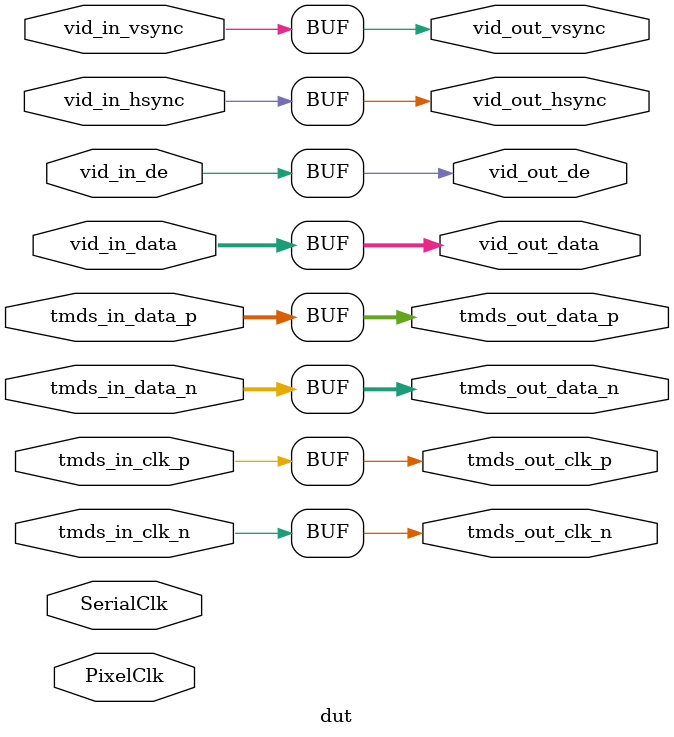
<source format=sv>
module dut (
      input         PixelClk
    , input         SerialClk
    , input         vid_in_vsync
    , input         vid_in_hsync
    , input         vid_in_de   
    , input  [23:0] vid_in_data 
    , output         vid_out_vsync
    , output         vid_out_hsync
    , output         vid_out_de   
    , output  [23:0] vid_out_data 
    , input        tmds_in_clk_p
    , input        tmds_in_clk_n
    , input [ 2:0] tmds_in_data_p
    , input [ 2:0] tmds_in_data_n
    , output        tmds_out_clk_p
    , output        tmds_out_clk_n
    , output [ 2:0] tmds_out_data_p
    , output [ 2:0] tmds_out_data_n
);
assign vid_out_data  = vid_in_data ;
assign vid_out_de    = vid_in_de   ;
assign vid_out_hsync = vid_in_hsync;
assign vid_out_vsync = vid_in_vsync;

assign tmds_out_clk_p  = tmds_in_clk_p;
assign tmds_out_clk_n  = tmds_in_clk_n;
assign tmds_out_data_p = tmds_in_data_p;
assign tmds_out_data_n = tmds_in_data_n;

endmodule

</source>
